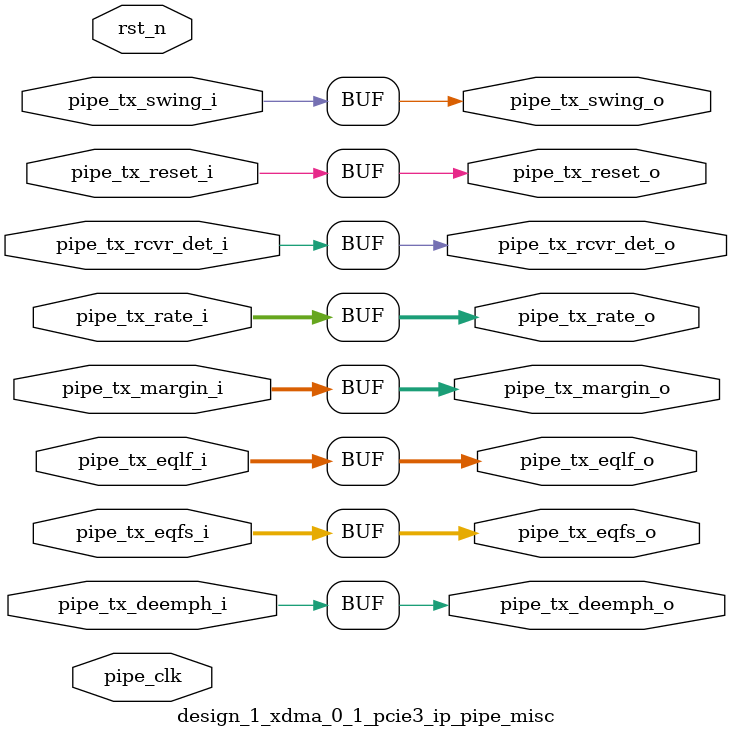
<source format=v>


`timescale 1ps/1ps

(* DowngradeIPIdentifiedWarnings = "yes" *)
module design_1_xdma_0_1_pcie3_ip_pipe_misc 
 #(
  parameter TCQ = 100,
  parameter PIPE_PIPELINE_STAGES = 0
  ) (
  input  wire         pipe_tx_rcvr_det_i,
  input  wire         pipe_tx_reset_i,
  input  wire   [1:0] pipe_tx_rate_i,
  input  wire         pipe_tx_deemph_i,
  input  wire   [2:0] pipe_tx_margin_i,
  input  wire         pipe_tx_swing_i,
  input  wire   [5:0] pipe_tx_eqfs_i,
  input  wire   [5:0] pipe_tx_eqlf_i,
  output wire         pipe_tx_rcvr_det_o,
  output wire         pipe_tx_reset_o,
  output wire   [1:0] pipe_tx_rate_o,
  output wire         pipe_tx_deemph_o,
  output wire   [2:0] pipe_tx_margin_o,
  output wire         pipe_tx_swing_o,
  output wire   [5:0] pipe_tx_eqfs_o,
  output wire   [5:0] pipe_tx_eqlf_o,
  input  wire         pipe_clk,
  input  wire         rst_n
  );

  reg                 pipe_tx_rcvr_det_q;
  reg                 pipe_tx_reset_q;
  reg           [1:0] pipe_tx_rate_q;
  reg                 pipe_tx_deemph_q;
  reg           [2:0] pipe_tx_margin_q;
  reg                 pipe_tx_swing_q;
  reg           [5:0] pipe_tx_eqfs_q;
  reg           [5:0] pipe_tx_eqlf_q;
  reg                 pipe_tx_rcvr_det_qq;
  reg                 pipe_tx_reset_qq;
  reg           [1:0] pipe_tx_rate_qq;
  reg                 pipe_tx_deemph_qq;
  reg           [2:0] pipe_tx_margin_qq;
  reg                 pipe_tx_swing_qq;
  reg           [5:0] pipe_tx_eqfs_qq;
  reg           [5:0] pipe_tx_eqlf_qq;

  generate
    if (PIPE_PIPELINE_STAGES == 0)
    begin : pipe_stages_0
      assign pipe_tx_rcvr_det_o = pipe_tx_rcvr_det_i;
      assign pipe_tx_reset_o = pipe_tx_reset_i;
      assign pipe_tx_rate_o = pipe_tx_rate_i;
      assign pipe_tx_deemph_o = pipe_tx_deemph_i;
      assign pipe_tx_margin_o = pipe_tx_margin_i;
      assign pipe_tx_swing_o = pipe_tx_swing_i;
      assign pipe_tx_eqfs_o = pipe_tx_eqfs_i;
      assign pipe_tx_eqlf_o = pipe_tx_eqlf_i;
    end
    else if (PIPE_PIPELINE_STAGES == 1)
    begin : pipe_stages_1
      always @(posedge pipe_clk)
      begin
        if (!rst_n)
        begin
          pipe_tx_rcvr_det_q <= #TCQ 1'b0;
          pipe_tx_reset_q <= #TCQ 1'b1;
          pipe_tx_rate_q <= #TCQ 2'b0;
          pipe_tx_deemph_q <= #TCQ 1'b1;
          pipe_tx_margin_q <= #TCQ 3'b0;
          pipe_tx_swing_q <= #TCQ 1'b0;
          pipe_tx_eqfs_q <= #TCQ 5'b0;
          pipe_tx_eqlf_q <= #TCQ 5'b0;
        end
        else
        begin
          pipe_tx_rcvr_det_q <= #TCQ pipe_tx_rcvr_det_i;
          pipe_tx_reset_q <= #TCQ pipe_tx_reset_i;
          pipe_tx_rate_q <= #TCQ pipe_tx_rate_i;
          pipe_tx_deemph_q <= #TCQ pipe_tx_deemph_i;
          pipe_tx_margin_q <= #TCQ pipe_tx_margin_i;
          pipe_tx_swing_q <= #TCQ pipe_tx_swing_i;
          pipe_tx_eqfs_q <= #TCQ pipe_tx_eqfs_i;
          pipe_tx_eqlf_q <= #TCQ pipe_tx_eqlf_i;
        end
      end
      assign pipe_tx_rcvr_det_o = pipe_tx_rcvr_det_q;
      assign pipe_tx_reset_o = pipe_tx_reset_q;
      assign pipe_tx_rate_o = pipe_tx_rate_q;
      assign pipe_tx_deemph_o = pipe_tx_deemph_q;
      assign pipe_tx_margin_o = pipe_tx_margin_q;
      assign pipe_tx_swing_o = pipe_tx_swing_q;
      assign pipe_tx_eqfs_o = pipe_tx_eqfs_q;
      assign pipe_tx_eqlf_o = pipe_tx_eqlf_q;
    end
    else if (PIPE_PIPELINE_STAGES == 2)
    begin : pipe_stages_2
      always @(posedge pipe_clk)
      begin
        if (!rst_n)
        begin
          pipe_tx_rcvr_det_q <= #TCQ 1'b0;
          pipe_tx_reset_q <= #TCQ 1'b1;
          pipe_tx_rate_q <= #TCQ 2'b0;
          pipe_tx_deemph_q <= #TCQ 1'b1;
          pipe_tx_margin_q <= #TCQ 1'b0;
          pipe_tx_swing_q <= #TCQ 1'b0;
          pipe_tx_eqfs_q <= #TCQ 5'b0;
          pipe_tx_eqlf_q <= #TCQ 5'b0;
          pipe_tx_rcvr_det_qq <= #TCQ 1'b0;
          pipe_tx_reset_qq <= #TCQ 1'b1;
          pipe_tx_rate_qq <= #TCQ 2'b0;
          pipe_tx_deemph_qq <= #TCQ 1'b1;
          pipe_tx_margin_qq <= #TCQ 1'b0;
          pipe_tx_swing_qq <= #TCQ 1'b0;
          pipe_tx_eqfs_qq <= #TCQ 5'b0;
          pipe_tx_eqlf_qq <= #TCQ 5'b0;
        end
        else
        begin
          pipe_tx_rcvr_det_q <= #TCQ pipe_tx_rcvr_det_i;
          pipe_tx_reset_q <= #TCQ pipe_tx_reset_i;
          pipe_tx_rate_q <= #TCQ pipe_tx_rate_i;
          pipe_tx_deemph_q <= #TCQ pipe_tx_deemph_i;
          pipe_tx_margin_q <= #TCQ pipe_tx_margin_i;
          pipe_tx_swing_q <= #TCQ pipe_tx_swing_i;
          pipe_tx_eqfs_q <= #TCQ pipe_tx_eqfs_i;
          pipe_tx_eqlf_q <= #TCQ pipe_tx_eqlf_i;
          pipe_tx_rcvr_det_qq <= #TCQ pipe_tx_rcvr_det_q;
          pipe_tx_reset_qq <= #TCQ pipe_tx_reset_q;
          pipe_tx_rate_qq <= #TCQ pipe_tx_rate_q;
          pipe_tx_deemph_qq <= #TCQ pipe_tx_deemph_q;
          pipe_tx_margin_qq <= #TCQ pipe_tx_margin_q;
          pipe_tx_swing_qq <= #TCQ pipe_tx_swing_q;
          pipe_tx_eqfs_qq <= #TCQ pipe_tx_eqfs_q;
          pipe_tx_eqlf_qq <= #TCQ pipe_tx_eqlf_q;
        end
      end
      assign pipe_tx_rcvr_det_o = pipe_tx_rcvr_det_qq;
      assign pipe_tx_reset_o = pipe_tx_reset_qq;
      assign pipe_tx_rate_o = pipe_tx_rate_qq;
      assign pipe_tx_deemph_o = pipe_tx_deemph_qq;
      assign pipe_tx_margin_o = pipe_tx_margin_qq;
      assign pipe_tx_swing_o = pipe_tx_swing_qq;
      assign pipe_tx_eqfs_o = pipe_tx_eqfs_qq;
      assign pipe_tx_eqlf_o = pipe_tx_eqlf_qq;
    end
    else
    begin
      assign pipe_tx_rcvr_det_o = pipe_tx_rcvr_det_i;
      assign pipe_tx_reset_o = pipe_tx_reset_i;
      assign pipe_tx_rate_o = pipe_tx_rate_i;
      assign pipe_tx_deemph_o = pipe_tx_deemph_i;
      assign pipe_tx_margin_o = pipe_tx_margin_i;
      assign pipe_tx_swing_o = pipe_tx_swing_i;
      assign pipe_tx_eqfs_o = pipe_tx_eqfs_i;
      assign pipe_tx_eqlf_o = pipe_tx_eqlf_i;
    end
  endgenerate

endmodule

</source>
